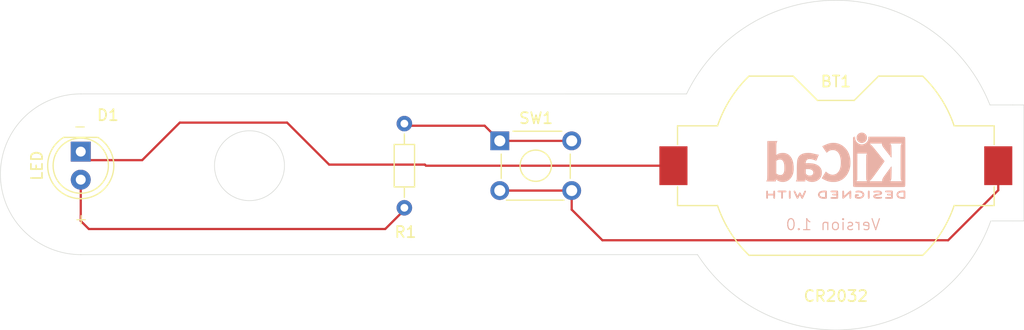
<source format=kicad_pcb>
(kicad_pcb (version 20241229) (generator "pcbnew") (generator_version "9.0")
  (title_block (title "LED Torch") (date "2025-05-30") (rev "1"))
  (layers (0 "F.Cu" signal) (2 "B.Cu" signal) (13 "F.Paste" user) (15 "B.Paste" user) (5 "F.SilkS" user "F.Silkscreen") (7 "B.SilkS" user "B.Silkscreen") (1 "F.Mask" user) (3 "B.Mask" user) (25 "Edge.Cuts" user))
  (net 0 "")
  (net 1 "/LED_Cathode")
  (net 2 "/BAT_Pos")
  (net 3 "/LED_Anode")
  (net 4 "Net-(SW1A-A)")
  (footprint "Battery:BatteryHolder_Keystone_1058_1x2032" (layer "F.Cu") (at 158.5 103.5 180)
    (property "Reference" "BT1" (at 0 7.62 0) (layer "F.SilkS"))
    (property "Value" "CR2032" (at -0.002978 -11.798969 0) (layer "F.SilkS"))
    (pad "1" smd rect (at -14.68 0 180) (size 2.54 3.51) (layers "F.Cu" "F.Mask" "F.Paste") (net 2 "/BAT_Pos"))
    (pad "2" smd rect (at 14.68 0 180) (size 2.54 3.51) (layers "F.Cu" "F.Mask" "F.Paste") (net 1 "/LED_Cathode"))
  )
  (footprint "Resistor_THT:R_Axial_DIN0204_L3.6mm_D1.6mm_P7.62mm_Horizontal" (layer "F.Cu") (at 119.5 107.31 90)
    (property "Reference" "R1" (at -2.2 0.1 0) (layer "F.SilkS"))
    (property "Value" "R")
    (pad "1" thru_hole circle (at 0 0 90) (size 1.4 1.4) (drill 0.7) (layers "*.Cu" "*.Mask") (net 3 "/LED_Anode"))
    (pad "2" thru_hole oval (at 7.62 0 90) (size 1.4 1.4) (drill 0.7) (layers "*.Cu" "*.Mask") (net 4 "Net-(SW1A-A)"))
  )
  (footprint "LED_THT:LED_D5.0mm" (layer "F.Cu") (at 90.25 102.225 -90)
    (property "Reference" "D1" (at -3.3 -2.45 0) (layer "F.SilkS"))
    (property "Value" "LED" (at 1.27 3.96 90) (layer "F.SilkS"))
    (pad "1" thru_hole rect (at 0 0 270) (size 1.8 1.8) (drill 0.9) (layers "*.Cu" "*.Mask") (net 1 "/LED_Cathode"))
    (pad "2" thru_hole circle (at 2.54 0 270) (size 1.8 1.8) (drill 0.9) (layers "*.Cu" "*.Mask") (net 3 "/LED_Anode"))
  )
  (footprint "Button_Switch_THT:SW_TH_Tactile_Omron_B3F-10xx" (layer "F.Cu") (at 128.125 101.25)
    (property "Reference" "SW1" (at 3.275 -2.05 0) (layer "F.SilkS"))
    (property "Value" "SW_DPDT_x2")
    (pad "1" thru_hole rect (at 0 0) (size 1.7 1.7) (drill 1) (layers "*.Cu" "*.Mask") (net 4 "Net-(SW1A-A)"))
    (pad "1" thru_hole circle (at 6.5 0) (size 1.7 1.7) (drill 1) (layers "*.Cu" "*.Mask") (net 4 "Net-(SW1A-A)"))
    (pad "2" thru_hole circle (at 0 4.5) (size 1.7 1.7) (drill 1) (layers "*.Cu" "*.Mask") (net 2 "/BAT_Pos"))
    (pad "2" thru_hole circle (at 6.5 4.5) (size 1.7 1.7) (drill 1) (layers "*.Cu" "*.Mask") (net 2 "/BAT_Pos"))
  )
  (footprint "Symbol:KiCad-Logo2_5mm_SilkScreen" (layer "B.Cu") (at 158.5 103.48729 180)
    (property "Reference" "REF**" (hide yes))
    (property "Value" "KiCad-Logo2_5mm_SilkScreen" (hide yes))
  )
  (gr_line (start 175.5 98) (end 174.5 98) (stroke (width 0.05)) (layer "Edge.Cuts"))
  (gr_line (start 90.25 111.55) (end 146 111.55) (stroke (width 0.05)) (layer "Edge.Cuts"))
  (gr_line (start 172.501874 108.5) (end 174.5 108.5) (stroke (width 0.05)) (layer "Edge.Cuts"))
  (gr_circle (center 105.5 103.5) (end 108.5 102.5) (stroke (width 0.05)) (fill no) (layer "Edge.Cuts"))
  (gr_line (start 175.5 108.5) (end 175.5 98) (stroke (width 0.05)) (layer "Edge.Cuts"))
  (gr_arc (start 90.25 111.550043) (mid 82.974968 104.2625) (end 90.275 97) (stroke (width 0.05)) (layer "Edge.Cuts"))
  (gr_line (start 174.5 108.5) (end 175.5 108.5) (stroke (width 0.05)) (layer "Edge.Cuts"))
  (gr_line (start 172.428779 98) (end 174.5 98) (stroke (width 0.05)) (layer "Edge.Cuts"))
  (gr_arc (start 172.501874 108.5) (mid 160.199862 118.27034) (end 146 111.55) (stroke (width 0.05)) (layer "Edge.Cuts"))
  (gr_line (start 90.275 97) (end 145.007191 97.003463) (stroke (width 0.05)) (layer "Edge.Cuts"))
  (gr_arc (start 145.007191 97.003462) (mid 159.043865 88.534536) (end 172.428779 98) (stroke (width 0.05)) (layer "Edge.Cuts"))
  (gr_text "+\n" (at 89.6 108.9 0) (layer "F.SilkS") (effects (font (size 1 1) (thickness 0.1)) (justify left bottom)))
  (gr_text "-" (at 89.5 100.5 0) (layer "F.SilkS") (effects (font (size 1 1) (thickness 0.1)) (justify left bottom)))
  (gr_text "Version 1.0" (at 162.6 109.419179 0) (layer "B.SilkS") (effects (font (size 1 1) (thickness 0.1)) (justify left bottom mirror)))
  (segment (start 108.9 99.6) (end 112.7 103.4) (width 0.2) (layer "F.Cu") (net 1))
  (segment (start 99.2 99.6) (end 108.9 99.6) (width 0.2) (layer "F.Cu") (net 1))
  (segment (start 112.7 103.4) (end 121.35 103.4) (width 0.2) (layer "F.Cu") (net 1))
  (segment (start 121.35 103.4) (end 121.45 103.5) (width 0.2) (layer "F.Cu") (net 1))
  (segment (start 95.8 103) (end 99.2 99.6) (width 0.2) (layer "F.Cu") (net 1))
  (segment (start 121.45 103.5) (end 143.82 103.5) (width 0.2) (layer "F.Cu") (net 1))
  (segment (start 90.25 103) (end 95.8 103) (width 0.2) (layer "F.Cu") (net 1))
  (segment (start 137.4 110.25) (end 168.65 110.25) (width 0.2) (layer "F.Cu") (net 2))
  (segment (start 128.125 105.75) (end 134.625 105.75) (width 0.2) (layer "F.Cu") (net 2))
  (segment (start 173.18 105.72) (end 173.18 103.5) (width 0.2) (layer "F.Cu") (net 2))
  (segment (start 168.65 110.25) (end 173.18 105.72) (width 0.2) (layer "F.Cu") (net 2))
  (segment (start 134.625 105.75) (end 134.625 107.475) (width 0.2) (layer "F.Cu") (net 2))
  (segment (start 134.625 107.475) (end 137.4 110.25) (width 0.2) (layer "F.Cu") (net 2))
  (segment (start 90.983 109.233) (end 90.25 108.5) (width 0.2) (layer "F.Cu") (net 3))
  (segment (start 90.983 109.233) (end 117.767 109.233) (width 0.2) (layer "F.Cu") (net 3))
  (segment (start 90.25 108.5) (end 90.25 105.54) (width 0.2) (layer "F.Cu") (net 3))
  (segment (start 117.767 109.233) (end 119.5 107.5) (width 0.2) (layer "F.Cu") (net 3))
  (segment (start 126.755 99.88) (end 128.125 101.25) (width 0.2) (layer "F.Cu") (net 4))
  (segment (start 119.5 99.88) (end 126.755 99.88) (width 0.2) (layer "F.Cu") (net 4))
  (segment (start 128.125 101.25) (end 134.625 101.25) (width 0.2) (layer "F.Cu") (net 4))
)
</source>
